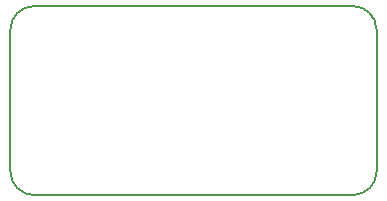
<source format=gbr>
%TF.GenerationSoftware,KiCad,Pcbnew,(5.1.6)-1*%
%TF.CreationDate,2020-07-24T23:52:19+08:00*%
%TF.ProjectId,USB_UART_CP2102,5553425f-5541-4525-945f-435032313032,rev?*%
%TF.SameCoordinates,Original*%
%TF.FileFunction,Profile,NP*%
%FSLAX46Y46*%
G04 Gerber Fmt 4.6, Leading zero omitted, Abs format (unit mm)*
G04 Created by KiCad (PCBNEW (5.1.6)-1) date 2020-07-24 23:52:19*
%MOMM*%
%LPD*%
G01*
G04 APERTURE LIST*
%TA.AperFunction,Profile*%
%ADD10C,0.200000*%
%TD*%
G04 APERTURE END LIST*
D10*
X151000000Y-108000000D02*
G75*
G02*
X149000000Y-110000000I-2000000J0D01*
G01*
X149000000Y-94000000D02*
G75*
G02*
X151000000Y-96000000I0J-2000000D01*
G01*
X122000000Y-110000000D02*
G75*
G02*
X120000000Y-108000000I0J2000000D01*
G01*
X120000000Y-96000000D02*
G75*
G02*
X122000000Y-94000000I2000000J0D01*
G01*
X149000000Y-110000000D02*
X122000000Y-110000000D01*
X151000000Y-96000000D02*
X151000000Y-108000000D01*
X122000000Y-94000000D02*
X149000000Y-94000000D01*
X120000000Y-108000000D02*
X120000000Y-96000000D01*
M02*

</source>
